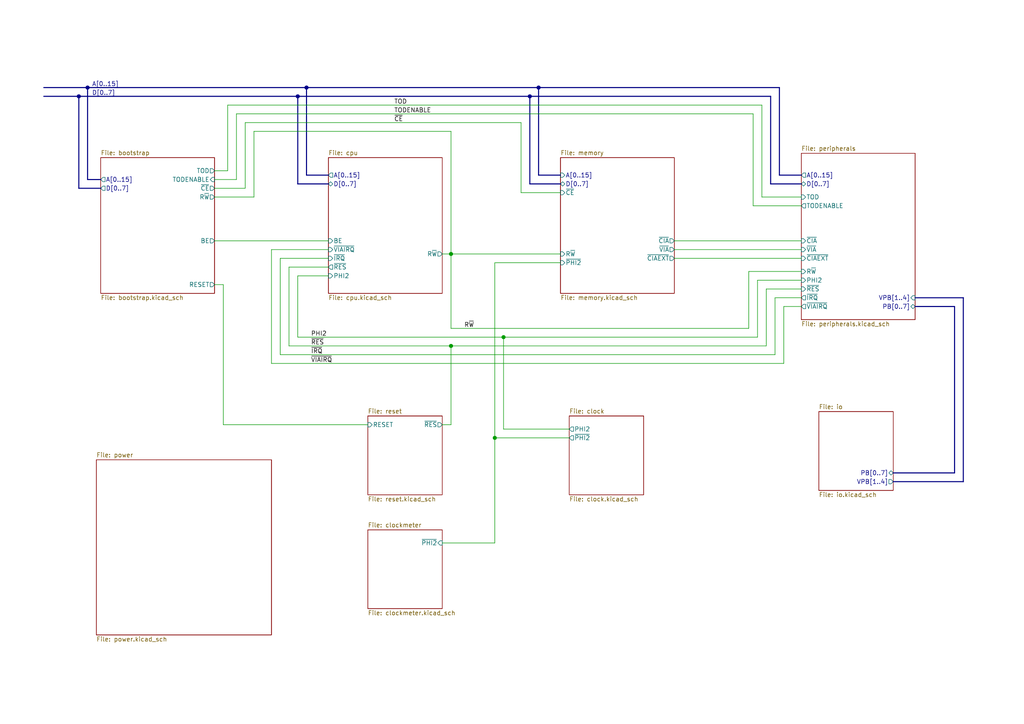
<source format=kicad_sch>
(kicad_sch (version 20201015) (generator eeschema)
  (paper "A4")
  (title_block (title "SBC6526 - Block Diagram") (date "2021-10-01") (rev "2.0") (company "Daniel Molina García"))
  (lib_symbols)
  (junction (at 130.81 73.66) (diameter 1.016))
  (junction (at 130.81 100.33) (diameter 1.016))
  (junction (at 143.51 127) (diameter 1.016))
  (junction (at 146.05 97.79) (diameter 1.016))
  (junction (at 22.86 27.94) (diameter 1.016))
  (junction (at 25.4 25.4) (diameter 1.016))
  (junction (at 86.36 27.94) (diameter 1.016))
  (junction (at 88.9 25.4) (diameter 1.016))
  (junction (at 153.67 27.94) (diameter 1.016))
  (junction (at 156.21 25.4) (diameter 1.016))
  (wire (pts (xy 62.23 49.53) (xy 66.04 49.53)))
  (wire (pts (xy 62.23 54.61) (xy 71.12 54.61)))
  (wire (pts (xy 62.23 57.15) (xy 73.66 57.15)))
  (wire (pts (xy 62.23 69.85) (xy 95.25 69.85)))
  (wire (pts (xy 62.23 82.55) (xy 64.77 82.55)))
  (wire (pts (xy 64.77 82.55) (xy 64.77 123.19)))
  (wire (pts (xy 64.77 123.19) (xy 106.68 123.19)))
  (wire (pts (xy 66.04 30.48) (xy 220.98 30.48)))
  (wire (pts (xy 66.04 49.53) (xy 66.04 30.48)))
  (wire (pts (xy 68.58 33.02) (xy 68.58 52.07)))
  (wire (pts (xy 68.58 52.07) (xy 62.23 52.07)))
  (wire (pts (xy 71.12 35.56) (xy 71.12 54.61)))
  (wire (pts (xy 73.66 38.1) (xy 73.66 57.15)))
  (wire (pts (xy 78.74 72.39) (xy 78.74 105.41)))
  (wire (pts (xy 78.74 105.41) (xy 227.33 105.41)))
  (wire (pts (xy 81.28 74.93) (xy 81.28 102.87)))
  (wire (pts (xy 81.28 102.87) (xy 224.79 102.87)))
  (wire (pts (xy 83.82 77.47) (xy 95.25 77.47)))
  (wire (pts (xy 83.82 100.33) (xy 83.82 77.47)))
  (wire (pts (xy 86.36 80.01) (xy 95.25 80.01)))
  (wire (pts (xy 86.36 97.79) (xy 86.36 80.01)))
  (wire (pts (xy 95.25 72.39) (xy 78.74 72.39)))
  (wire (pts (xy 95.25 74.93) (xy 81.28 74.93)))
  (wire (pts (xy 128.27 73.66) (xy 130.81 73.66)))
  (wire (pts (xy 128.27 123.19) (xy 130.81 123.19)))
  (wire (pts (xy 128.27 157.48) (xy 143.51 157.48)))
  (wire (pts (xy 130.81 38.1) (xy 73.66 38.1)))
  (wire (pts (xy 130.81 73.66) (xy 130.81 38.1)))
  (wire (pts (xy 130.81 73.66) (xy 130.81 95.25)))
  (wire (pts (xy 130.81 73.66) (xy 162.56 73.66)))
  (wire (pts (xy 130.81 95.25) (xy 217.17 95.25)))
  (wire (pts (xy 130.81 100.33) (xy 83.82 100.33)))
  (wire (pts (xy 130.81 100.33) (xy 222.25 100.33)))
  (wire (pts (xy 130.81 123.19) (xy 130.81 100.33)))
  (wire (pts (xy 143.51 76.2) (xy 143.51 127)))
  (wire (pts (xy 143.51 76.2) (xy 162.56 76.2)))
  (wire (pts (xy 143.51 157.48) (xy 143.51 127)))
  (wire (pts (xy 146.05 97.79) (xy 86.36 97.79)))
  (wire (pts (xy 146.05 97.79) (xy 219.71 97.79)))
  (wire (pts (xy 146.05 124.46) (xy 146.05 97.79)))
  (wire (pts (xy 151.13 35.56) (xy 71.12 35.56)))
  (wire (pts (xy 151.13 55.88) (xy 151.13 35.56)))
  (wire (pts (xy 162.56 55.88) (xy 151.13 55.88)))
  (wire (pts (xy 165.1 124.46) (xy 146.05 124.46)))
  (wire (pts (xy 165.1 127) (xy 143.51 127)))
  (wire (pts (xy 195.58 69.85) (xy 232.41 69.85)))
  (wire (pts (xy 195.58 72.39) (xy 232.41 72.39)))
  (wire (pts (xy 195.58 74.93) (xy 232.41 74.93)))
  (wire (pts (xy 217.17 78.74) (xy 232.41 78.74)))
  (wire (pts (xy 217.17 95.25) (xy 217.17 78.74)))
  (wire (pts (xy 218.44 33.02) (xy 68.58 33.02)))
  (wire (pts (xy 218.44 59.69) (xy 218.44 33.02)))
  (wire (pts (xy 219.71 81.28) (xy 232.41 81.28)))
  (wire (pts (xy 219.71 97.79) (xy 219.71 81.28)))
  (wire (pts (xy 220.98 30.48) (xy 220.98 57.15)))
  (wire (pts (xy 220.98 57.15) (xy 232.41 57.15)))
  (wire (pts (xy 222.25 83.82) (xy 232.41 83.82)))
  (wire (pts (xy 222.25 100.33) (xy 222.25 83.82)))
  (wire (pts (xy 224.79 86.36) (xy 232.41 86.36)))
  (wire (pts (xy 224.79 102.87) (xy 224.79 86.36)))
  (wire (pts (xy 227.33 88.9) (xy 232.41 88.9)))
  (wire (pts (xy 227.33 105.41) (xy 227.33 88.9)))
  (wire (pts (xy 232.41 59.69) (xy 218.44 59.69)))
  (bus (pts (xy 12.7 25.4) (xy 25.4 25.4)))
  (bus (pts (xy 12.7 27.94) (xy 22.86 27.94)))
  (bus (pts (xy 22.86 27.94) (xy 86.36 27.94)))
  (bus (pts (xy 22.86 54.61) (xy 22.86 27.94)))
  (bus (pts (xy 25.4 52.07) (xy 25.4 25.4)))
  (bus (pts (xy 29.21 52.07) (xy 25.4 52.07)))
  (bus (pts (xy 29.21 54.61) (xy 22.86 54.61)))
  (bus (pts (xy 86.36 27.94) (xy 153.67 27.94)))
  (bus (pts (xy 86.36 53.34) (xy 86.36 27.94)))
  (bus (pts (xy 88.9 25.4) (xy 25.4 25.4)))
  (bus (pts (xy 88.9 25.4) (xy 88.9 50.8)))
  (bus (pts (xy 88.9 25.4) (xy 156.21 25.4)))
  (bus (pts (xy 95.25 50.8) (xy 88.9 50.8)))
  (bus (pts (xy 95.25 53.34) (xy 86.36 53.34)))
  (bus (pts (xy 153.67 27.94) (xy 153.67 53.34)))
  (bus (pts (xy 153.67 27.94) (xy 223.52 27.94)))
  (bus (pts (xy 153.67 53.34) (xy 162.56 53.34)))
  (bus (pts (xy 156.21 25.4) (xy 156.21 50.8)))
  (bus (pts (xy 156.21 50.8) (xy 162.56 50.8)))
  (bus (pts (xy 223.52 27.94) (xy 223.52 53.34)))
  (bus (pts (xy 223.52 53.34) (xy 232.41 53.34)))
  (bus (pts (xy 226.06 25.4) (xy 156.21 25.4)))
  (bus (pts (xy 226.06 25.4) (xy 226.06 50.8)))
  (bus (pts (xy 226.06 50.8) (xy 232.41 50.8)))
  (bus (pts (xy 265.43 86.36) (xy 279.4 86.36)))
  (bus (pts (xy 265.43 88.9) (xy 276.86 88.9)))
  (bus (pts (xy 276.86 88.9) (xy 276.86 137.16)))
  (bus (pts (xy 276.86 137.16) (xy 259.08 137.16)))
  (bus (pts (xy 279.4 86.36) (xy 279.4 139.7)))
  (bus (pts (xy 279.4 139.7) (xy 259.08 139.7)))
  (label "A[0..15]" (at 26.67 25.4 0))
  (label "D[0..7]" (at 26.67 27.94 0))
  (label "PHI2" (at 90.17 97.79 0))
  (label "~RES" (at 90.17 100.33 0))
  (label "~IRQ" (at 90.17 102.87 0))
  (label "~VIAIRQ" (at 90.17 105.41 0))
  (label "TOD" (at 114.3 30.48 0))
  (label "TODENABLE" (at 114.3 33.02 0))
  (label "~CE" (at 114.3 35.56 0))
  (label "R~W" (at 134.62 95.25 0))
  (sheet (at 29.21 45.72) (size 33.02 39.37)
    (property "Nombre de hoja" "bootstrap" (at 29.21 45.0845 0) (effects (justify left bottom)))
    (property "Sheet file" "bootstrap.kicad_sch" (at 29.21 85.5985 0) (effects (justify left top)))
    (pin "RESET" output (at 62.23 82.55 0))
    (pin "BE" output (at 62.23 69.85 0))
    (pin "TOD" output (at 62.23 49.53 0))
    (pin "TODENABLE" input (at 62.23 52.07 0))
    (pin "~CE" output (at 62.23 54.61 0))
    (pin "R~W" output (at 62.23 57.15 0))
    (pin "A[0..15]" output (at 29.21 52.07 180))
    (pin "D[0..7]" output (at 29.21 54.61 180))
  )
  (sheet (at 165.1 120.65) (size 21.59 22.86)
    (property "Nombre de hoja" "clock" (at 165.1 120.0145 0) (effects (justify left bottom)))
    (property "Sheet file" "clock.kicad_sch" (at 165.1 144.0185 0) (effects (justify left top)))
    (pin "PHI2" output (at 165.1 124.46 180))
    (pin "~PHI2" output (at 165.1 127 180))
  )
  (sheet (at 106.68 153.67) (size 21.59 22.86)
    (property "Nombre de hoja" "clockmeter" (at 106.68 153.0345 0) (effects (justify left bottom)))
    (property "Sheet file" "clockmeter.kicad_sch" (at 106.68 177.0385 0) (effects (justify left top)))
    (pin "~PHI2" input (at 128.27 157.48 0))
  )
  (sheet (at 95.25 45.72) (size 33.02 39.37)
    (property "Nombre de hoja" "cpu" (at 95.25 45.0845 0) (effects (justify left bottom)))
    (property "Sheet file" "cpu.kicad_sch" (at 95.25 85.5985 0) (effects (justify left top)))
    (pin "A[0..15]" output (at 95.25 50.8 180))
    (pin "D[0..7]" bidirectional (at 95.25 53.34 180))
    (pin "PHI2" input (at 95.25 80.01 180))
    (pin "R~W" output (at 128.27 73.66 0))
    (pin "~RES" output (at 95.25 77.47 180))
    (pin "~VIAIRQ" input (at 95.25 72.39 180))
    (pin "~IRQ" input (at 95.25 74.93 180))
    (pin "BE" input (at 95.25 69.85 180))
  )
  (sheet (at 237.49 119.38) (size 21.59 22.86)
    (property "Nombre de hoja" "io" (at 237.49 118.7445 0) (effects (justify left bottom)))
    (property "Sheet file" "io.kicad_sch" (at 237.49 142.7485 0) (effects (justify left top)))
    (pin "VPB[1..4]" output (at 259.08 139.7 0))
    (pin "PB[0..7]" bidirectional (at 259.08 137.16 0))
  )
  (sheet (at 162.56 45.72) (size 33.02 39.37)
    (property "Nombre de hoja" "memory" (at 162.56 45.0845 0) (effects (justify left bottom)))
    (property "Sheet file" "memory.kicad_sch" (at 162.56 85.5985 0) (effects (justify left top)))
    (pin "A[0..15]" input (at 162.56 50.8 180))
    (pin "D[0..7]" bidirectional (at 162.56 53.34 180))
    (pin "~CIA" output (at 195.58 69.85 0))
    (pin "~VIA" output (at 195.58 72.39 0))
    (pin "~CE" input (at 162.56 55.88 180))
    (pin "R~W" input (at 162.56 73.66 180))
    (pin "~PHI2" input (at 162.56 76.2 180))
    (pin "~CIAEXT" output (at 195.58 74.93 0))
  )
  (sheet (at 232.41 44.45) (size 33.02 48.26)
    (property "Nombre de hoja" "peripherals" (at 232.41 43.8145 0) (effects (justify left bottom)))
    (property "Sheet file" "peripherals.kicad_sch" (at 232.41 93.2185 0) (effects (justify left top)))
    (pin "~IRQ" output (at 232.41 86.36 180))
    (pin "~VIAIRQ" output (at 232.41 88.9 180))
    (pin "A[0..15]" output (at 232.41 50.8 180))
    (pin "PB[0..7]" bidirectional (at 265.43 88.9 0))
    (pin "~RES" input (at 232.41 83.82 180))
    (pin "PHI2" input (at 232.41 81.28 180))
    (pin "~CIA" input (at 232.41 69.85 180))
    (pin "~VIA" input (at 232.41 72.39 180))
    (pin "R~W" input (at 232.41 78.74 180))
    (pin "TOD" input (at 232.41 57.15 180))
    (pin "TODENABLE" output (at 232.41 59.69 180))
    (pin "VPB[1..4]" input (at 265.43 86.36 0))
    (pin "~CIAEXT" input (at 232.41 74.93 180))
    (pin "D[0..7]" bidirectional (at 232.41 53.34 180))
  )
  (sheet (at 27.94 133.35) (size 50.8 50.8)
    (property "Nombre de hoja" "power" (at 27.94 132.7145 0) (effects (justify left bottom)))
    (property "Sheet file" "power.kicad_sch" (at 27.94 184.6585 0) (effects (justify left top)))
  )
  (sheet (at 106.68 120.65) (size 21.59 22.86)
    (property "Nombre de hoja" "reset" (at 106.68 120.0145 0) (effects (justify left bottom)))
    (property "Sheet file" "reset.kicad_sch" (at 106.68 144.0185 0) (effects (justify left top)))
    (pin "RESET" input (at 106.68 123.19 180))
    (pin "~RES" output (at 128.27 123.19 0))
  )
)
</source>
